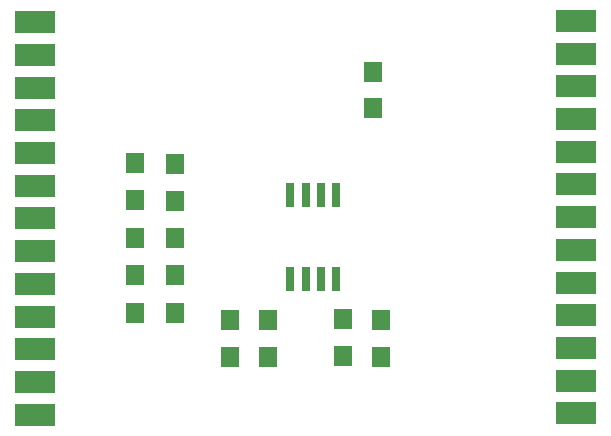
<source format=gbr>
%TF.GenerationSoftware,KiCad,Pcbnew,(6.0.2)*%
%TF.CreationDate,2022-08-16T14:57:48-05:00*%
%TF.ProjectId,REF1300,52454631-3330-4302-9e6b-696361645f70,rev?*%
%TF.SameCoordinates,Original*%
%TF.FileFunction,Paste,Top*%
%TF.FilePolarity,Positive*%
%FSLAX46Y46*%
G04 Gerber Fmt 4.6, Leading zero omitted, Abs format (unit mm)*
G04 Created by KiCad (PCBNEW (6.0.2)) date 2022-08-16 14:57:48*
%MOMM*%
%LPD*%
G01*
G04 APERTURE LIST*
%ADD10R,1.600000X1.670000*%
%ADD11R,0.750000X2.000000*%
%ADD12R,3.480000X1.846667*%
G04 APERTURE END LIST*
D10*
%TO.C,R3 220 Ohm*%
X152365000Y-108465500D03*
X152365000Y-111566500D03*
%TD*%
%TO.C,R4 220 Ohm*%
X151693000Y-87446000D03*
X151693000Y-90547000D03*
%TD*%
D11*
%TO.C,U1*%
X144668000Y-105027000D03*
X145975000Y-105025000D03*
X147245000Y-105028000D03*
X148517000Y-105026000D03*
X148516000Y-97924000D03*
X147249000Y-97922000D03*
X145973000Y-97922000D03*
X144665000Y-97923000D03*
%TD*%
D12*
%TO.C,J2*%
X168877000Y-83143000D03*
X168877000Y-85913000D03*
X168877000Y-88683000D03*
X168877000Y-91453000D03*
X168877000Y-94223000D03*
X168877000Y-96993000D03*
X168877000Y-99763000D03*
X168877000Y-102533000D03*
X168877000Y-105303000D03*
X168877000Y-108073000D03*
X168877000Y-110843000D03*
X168877000Y-113613000D03*
X168877000Y-116383000D03*
%TD*%
D10*
%TO.C,C1 100 nF*%
X139580000Y-108466500D03*
X139580000Y-111567500D03*
%TD*%
%TO.C,D4*%
X131534000Y-104652000D03*
X134902000Y-104692000D03*
%TD*%
%TO.C,D5*%
X131534000Y-107850000D03*
X134902000Y-107890000D03*
%TD*%
D12*
%TO.C,J1*%
X123059000Y-116493000D03*
X123059000Y-113723000D03*
X123059000Y-110953000D03*
X123059000Y-108183000D03*
X123059000Y-105413000D03*
X123059000Y-102643000D03*
X123059000Y-99873000D03*
X123059000Y-97103000D03*
X123059000Y-94333000D03*
X123059000Y-91563000D03*
X123059000Y-88793000D03*
X123059000Y-86023000D03*
X123059000Y-83253000D03*
%TD*%
D10*
%TO.C,D3*%
X131531000Y-101520000D03*
X134899000Y-101560000D03*
%TD*%
%TO.C,D1*%
X134921000Y-95251000D03*
X131553000Y-95211000D03*
%TD*%
%TO.C,D2*%
X131536000Y-98352000D03*
X134904000Y-98392000D03*
%TD*%
%TO.C,R1 220 Ohm*%
X142764000Y-108481500D03*
X142764000Y-111582500D03*
%TD*%
%TO.C,R2 10k Ohm*%
X149153000Y-108426500D03*
X149153000Y-111527500D03*
%TD*%
M02*

</source>
